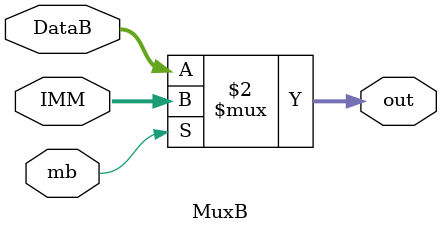
<source format=v>
module MuxB(mb,IMM,DataB,out);

input mb;
input [7:0] IMM;
input [7:0] DataB;

output [7:0] out;

assign out = (mb == 1'b1) ? IMM : DataB;

endmodule
</source>
